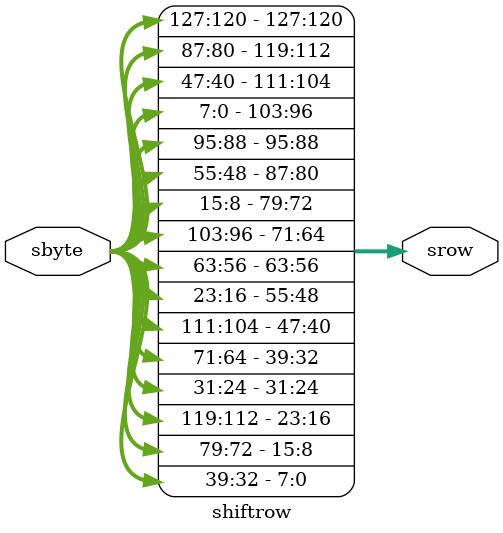
<source format=v>
`timescale 1ns / 1ps

module shiftrow (sbyte, srow);

input [127:0] sbyte;
output [127:0] srow;
	//row 0
	assign srow[127:120]= sbyte[127:120];
	assign srow[95:88]= sbyte[95:88];
	assign srow[63:56]= sbyte[63:56];
	assign srow[31:24]= sbyte[31:24];


	//row 1
	assign srow[119:112]= sbyte[87:80];
	assign srow[87:80]= sbyte[55:48];
	assign srow[55:48]= sbyte[23:16];
	assign srow[23:16]= sbyte[119:112];

	//row 2
	assign srow[111:104]= sbyte[47:40];
	assign srow[79:72]= sbyte[15:8];
	assign srow[47:40]= sbyte[111:104];
	assign srow[15:8]= sbyte[79:72];

	//row 3
	assign srow[103:96]= sbyte[7:0];
	assign srow[71:64]= sbyte[103:96];
	assign srow[39:32]= sbyte[71:64];
	assign srow[7:0]= sbyte[39:32];

endmodule

</source>
